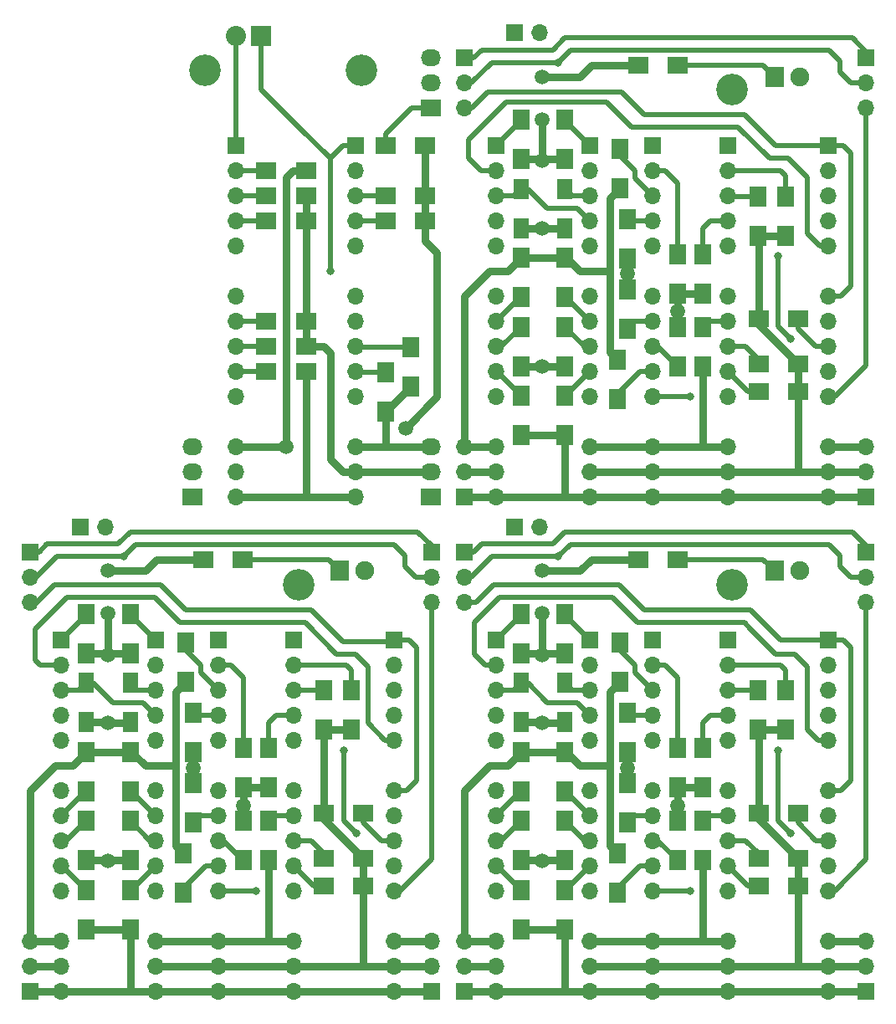
<source format=gbl>
G04 #@! TF.FileFunction,Copper,L2,Bot,Signal*
%FSLAX46Y46*%
G04 Gerber Fmt 4.6, Leading zero omitted, Abs format (unit mm)*
G04 Created by KiCad (PCBNEW 4.0.5+dfsg1-4) date Fri Sep 22 17:31:14 2017*
%MOMM*%
%LPD*%
G01*
G04 APERTURE LIST*
%ADD10C,0.100000*%
%ADD11C,3.200000*%
%ADD12R,1.600000X2.000000*%
%ADD13R,1.700000X1.700000*%
%ADD14O,1.700000X1.700000*%
%ADD15R,1.700000X2.000000*%
%ADD16R,2.000000X1.700000*%
%ADD17R,1.900000X2.000000*%
%ADD18C,1.900000*%
%ADD19R,2.032000X2.032000*%
%ADD20O,2.032000X2.032000*%
%ADD21R,2.032000X1.727200*%
%ADD22O,2.032000X1.727200*%
%ADD23C,1.500000*%
%ADD24C,0.800000*%
%ADD25C,0.500000*%
%ADD26C,0.800000*%
G04 APERTURE END LIST*
D10*
D11*
X112395000Y-83820000D03*
X68580000Y-83820000D03*
X112395000Y-33655000D03*
X59055000Y-31750000D03*
X74930000Y-31750000D03*
D12*
X47069300Y-93721300D03*
X47069300Y-97721300D03*
X51514300Y-93721300D03*
X51514300Y-97721300D03*
D13*
X81994300Y-80481300D03*
D14*
X81994300Y-83021300D03*
X81994300Y-85561300D03*
D13*
X41354300Y-80481300D03*
D14*
X41354300Y-83021300D03*
X41354300Y-85561300D03*
D13*
X46434300Y-77941300D03*
D14*
X48974300Y-77941300D03*
D13*
X81994300Y-124931300D03*
D14*
X81994300Y-122391300D03*
X81994300Y-119851300D03*
D13*
X41354300Y-124931300D03*
D14*
X41354300Y-122391300D03*
X41354300Y-119851300D03*
D15*
X51514300Y-86736300D03*
X51514300Y-90736300D03*
X47069300Y-86736300D03*
X47069300Y-90736300D03*
X47069300Y-104706300D03*
X47069300Y-100706300D03*
X51514300Y-104706300D03*
X51514300Y-100706300D03*
X47069300Y-107691300D03*
X47069300Y-111691300D03*
X51514300Y-107691300D03*
X51514300Y-111691300D03*
X47069300Y-114676300D03*
X47069300Y-118676300D03*
X51514300Y-114676300D03*
X51514300Y-118676300D03*
X62944300Y-100325300D03*
X62944300Y-104325300D03*
X73866300Y-94483300D03*
X73866300Y-98483300D03*
X57102300Y-89657300D03*
X57102300Y-93657300D03*
X71072300Y-94483300D03*
X71072300Y-98483300D03*
X57864300Y-96769300D03*
X57864300Y-100769300D03*
X65484300Y-100325300D03*
X65484300Y-104325300D03*
X57864300Y-107881300D03*
X57864300Y-103881300D03*
X65484300Y-107691300D03*
X65484300Y-111691300D03*
X62944300Y-111691300D03*
X62944300Y-107691300D03*
D16*
X71104300Y-111469300D03*
X75104300Y-111469300D03*
D15*
X56848300Y-114993300D03*
X56848300Y-110993300D03*
D16*
X71104300Y-114263300D03*
X75104300Y-114263300D03*
X75104300Y-106897300D03*
X71104300Y-106897300D03*
D13*
X44529300Y-89371300D03*
D14*
X44529300Y-91911300D03*
X44529300Y-94451300D03*
X44529300Y-96991300D03*
X44529300Y-99531300D03*
X44529300Y-104611300D03*
X44529300Y-107151300D03*
X44529300Y-109691300D03*
X44529300Y-112231300D03*
X44529300Y-114771300D03*
X44529300Y-119851300D03*
X44529300Y-122391300D03*
X44529300Y-124931300D03*
D13*
X54054300Y-89371300D03*
D14*
X54054300Y-91911300D03*
X54054300Y-94451300D03*
X54054300Y-96991300D03*
X54054300Y-99531300D03*
X54054300Y-104611300D03*
X54054300Y-107151300D03*
X54054300Y-109691300D03*
X54054300Y-112231300D03*
X54054300Y-114771300D03*
X54054300Y-119851300D03*
X54054300Y-122391300D03*
X54054300Y-124931300D03*
D13*
X60404300Y-89371300D03*
D14*
X60404300Y-91911300D03*
X60404300Y-94451300D03*
X60404300Y-96991300D03*
X60404300Y-99531300D03*
X60404300Y-104611300D03*
X60404300Y-107151300D03*
X60404300Y-109691300D03*
X60404300Y-112231300D03*
X60404300Y-114771300D03*
X60404300Y-119851300D03*
X60404300Y-122391300D03*
X60404300Y-124931300D03*
D13*
X68024300Y-89371300D03*
D14*
X68024300Y-91911300D03*
X68024300Y-94451300D03*
X68024300Y-96991300D03*
X68024300Y-99531300D03*
X68024300Y-104611300D03*
X68024300Y-107151300D03*
X68024300Y-109691300D03*
X68024300Y-112231300D03*
X68024300Y-114771300D03*
X68024300Y-119851300D03*
X68024300Y-122391300D03*
X68024300Y-124931300D03*
D13*
X78184300Y-89371300D03*
D14*
X78184300Y-91911300D03*
X78184300Y-94451300D03*
X78184300Y-96991300D03*
X78184300Y-99531300D03*
X78184300Y-104611300D03*
X78184300Y-107151300D03*
X78184300Y-109691300D03*
X78184300Y-112231300D03*
X78184300Y-114771300D03*
X78184300Y-119851300D03*
X78184300Y-122391300D03*
X78184300Y-124931300D03*
D17*
X72723300Y-82386300D03*
D18*
X75263300Y-82386300D03*
D16*
X62912300Y-81243300D03*
X58912300Y-81243300D03*
X106912300Y-81243300D03*
X102912300Y-81243300D03*
D17*
X116723300Y-82386300D03*
D18*
X119263300Y-82386300D03*
D13*
X122184300Y-89371300D03*
D14*
X122184300Y-91911300D03*
X122184300Y-94451300D03*
X122184300Y-96991300D03*
X122184300Y-99531300D03*
X122184300Y-104611300D03*
X122184300Y-107151300D03*
X122184300Y-109691300D03*
X122184300Y-112231300D03*
X122184300Y-114771300D03*
X122184300Y-119851300D03*
X122184300Y-122391300D03*
X122184300Y-124931300D03*
D13*
X112024300Y-89371300D03*
D14*
X112024300Y-91911300D03*
X112024300Y-94451300D03*
X112024300Y-96991300D03*
X112024300Y-99531300D03*
X112024300Y-104611300D03*
X112024300Y-107151300D03*
X112024300Y-109691300D03*
X112024300Y-112231300D03*
X112024300Y-114771300D03*
X112024300Y-119851300D03*
X112024300Y-122391300D03*
X112024300Y-124931300D03*
D13*
X104404300Y-89371300D03*
D14*
X104404300Y-91911300D03*
X104404300Y-94451300D03*
X104404300Y-96991300D03*
X104404300Y-99531300D03*
X104404300Y-104611300D03*
X104404300Y-107151300D03*
X104404300Y-109691300D03*
X104404300Y-112231300D03*
X104404300Y-114771300D03*
X104404300Y-119851300D03*
X104404300Y-122391300D03*
X104404300Y-124931300D03*
D13*
X98054300Y-89371300D03*
D14*
X98054300Y-91911300D03*
X98054300Y-94451300D03*
X98054300Y-96991300D03*
X98054300Y-99531300D03*
X98054300Y-104611300D03*
X98054300Y-107151300D03*
X98054300Y-109691300D03*
X98054300Y-112231300D03*
X98054300Y-114771300D03*
X98054300Y-119851300D03*
X98054300Y-122391300D03*
X98054300Y-124931300D03*
D13*
X88529300Y-89371300D03*
D14*
X88529300Y-91911300D03*
X88529300Y-94451300D03*
X88529300Y-96991300D03*
X88529300Y-99531300D03*
X88529300Y-104611300D03*
X88529300Y-107151300D03*
X88529300Y-109691300D03*
X88529300Y-112231300D03*
X88529300Y-114771300D03*
X88529300Y-119851300D03*
X88529300Y-122391300D03*
X88529300Y-124931300D03*
D16*
X119104300Y-106897300D03*
X115104300Y-106897300D03*
X115104300Y-114263300D03*
X119104300Y-114263300D03*
D15*
X100848300Y-114993300D03*
X100848300Y-110993300D03*
D16*
X115104300Y-111469300D03*
X119104300Y-111469300D03*
D15*
X106944300Y-111691300D03*
X106944300Y-107691300D03*
X109484300Y-107691300D03*
X109484300Y-111691300D03*
X101864300Y-107881300D03*
X101864300Y-103881300D03*
X109484300Y-100325300D03*
X109484300Y-104325300D03*
X101864300Y-96769300D03*
X101864300Y-100769300D03*
X115072300Y-94483300D03*
X115072300Y-98483300D03*
X101102300Y-89657300D03*
X101102300Y-93657300D03*
X117866300Y-94483300D03*
X117866300Y-98483300D03*
X106944300Y-100325300D03*
X106944300Y-104325300D03*
X95514300Y-114676300D03*
X95514300Y-118676300D03*
X91069300Y-114676300D03*
X91069300Y-118676300D03*
X95514300Y-107691300D03*
X95514300Y-111691300D03*
X91069300Y-107691300D03*
X91069300Y-111691300D03*
X95514300Y-104706300D03*
X95514300Y-100706300D03*
X91069300Y-104706300D03*
X91069300Y-100706300D03*
X91069300Y-86736300D03*
X91069300Y-90736300D03*
X95514300Y-86736300D03*
X95514300Y-90736300D03*
D13*
X85354300Y-124931300D03*
D14*
X85354300Y-122391300D03*
X85354300Y-119851300D03*
D13*
X125994300Y-124931300D03*
D14*
X125994300Y-122391300D03*
X125994300Y-119851300D03*
D13*
X90434300Y-77941300D03*
D14*
X92974300Y-77941300D03*
D13*
X85354300Y-80481300D03*
D14*
X85354300Y-83021300D03*
X85354300Y-85561300D03*
D13*
X125994300Y-80481300D03*
D14*
X125994300Y-83021300D03*
X125994300Y-85561300D03*
D12*
X95514300Y-93721300D03*
X95514300Y-97721300D03*
X91069300Y-93721300D03*
X91069300Y-97721300D03*
X91069300Y-43721300D03*
X91069300Y-47721300D03*
X95514300Y-43721300D03*
X95514300Y-47721300D03*
D13*
X125994300Y-30481300D03*
D14*
X125994300Y-33021300D03*
X125994300Y-35561300D03*
D13*
X85354300Y-30481300D03*
D14*
X85354300Y-33021300D03*
X85354300Y-35561300D03*
D13*
X90434300Y-27941300D03*
D14*
X92974300Y-27941300D03*
D13*
X125994300Y-74931300D03*
D14*
X125994300Y-72391300D03*
X125994300Y-69851300D03*
D13*
X85354300Y-74931300D03*
D14*
X85354300Y-72391300D03*
X85354300Y-69851300D03*
D15*
X95514300Y-36736300D03*
X95514300Y-40736300D03*
X91069300Y-36736300D03*
X91069300Y-40736300D03*
X91069300Y-54706300D03*
X91069300Y-50706300D03*
X95514300Y-54706300D03*
X95514300Y-50706300D03*
X91069300Y-57691300D03*
X91069300Y-61691300D03*
X95514300Y-57691300D03*
X95514300Y-61691300D03*
X91069300Y-64676300D03*
X91069300Y-68676300D03*
X95514300Y-64676300D03*
X95514300Y-68676300D03*
X106944300Y-50325300D03*
X106944300Y-54325300D03*
X117866300Y-44483300D03*
X117866300Y-48483300D03*
X101102300Y-39657300D03*
X101102300Y-43657300D03*
X115072300Y-44483300D03*
X115072300Y-48483300D03*
X101864300Y-46769300D03*
X101864300Y-50769300D03*
X109484300Y-50325300D03*
X109484300Y-54325300D03*
X101864300Y-57881300D03*
X101864300Y-53881300D03*
X109484300Y-57691300D03*
X109484300Y-61691300D03*
X106944300Y-61691300D03*
X106944300Y-57691300D03*
D16*
X115104300Y-61469300D03*
X119104300Y-61469300D03*
D15*
X100848300Y-64993300D03*
X100848300Y-60993300D03*
D16*
X115104300Y-64263300D03*
X119104300Y-64263300D03*
X119104300Y-56897300D03*
X115104300Y-56897300D03*
D13*
X88529300Y-39371300D03*
D14*
X88529300Y-41911300D03*
X88529300Y-44451300D03*
X88529300Y-46991300D03*
X88529300Y-49531300D03*
X88529300Y-54611300D03*
X88529300Y-57151300D03*
X88529300Y-59691300D03*
X88529300Y-62231300D03*
X88529300Y-64771300D03*
X88529300Y-69851300D03*
X88529300Y-72391300D03*
X88529300Y-74931300D03*
D13*
X98054300Y-39371300D03*
D14*
X98054300Y-41911300D03*
X98054300Y-44451300D03*
X98054300Y-46991300D03*
X98054300Y-49531300D03*
X98054300Y-54611300D03*
X98054300Y-57151300D03*
X98054300Y-59691300D03*
X98054300Y-62231300D03*
X98054300Y-64771300D03*
X98054300Y-69851300D03*
X98054300Y-72391300D03*
X98054300Y-74931300D03*
D13*
X104404300Y-39371300D03*
D14*
X104404300Y-41911300D03*
X104404300Y-44451300D03*
X104404300Y-46991300D03*
X104404300Y-49531300D03*
X104404300Y-54611300D03*
X104404300Y-57151300D03*
X104404300Y-59691300D03*
X104404300Y-62231300D03*
X104404300Y-64771300D03*
X104404300Y-69851300D03*
X104404300Y-72391300D03*
X104404300Y-74931300D03*
D13*
X112024300Y-39371300D03*
D14*
X112024300Y-41911300D03*
X112024300Y-44451300D03*
X112024300Y-46991300D03*
X112024300Y-49531300D03*
X112024300Y-54611300D03*
X112024300Y-57151300D03*
X112024300Y-59691300D03*
X112024300Y-62231300D03*
X112024300Y-64771300D03*
X112024300Y-69851300D03*
X112024300Y-72391300D03*
X112024300Y-74931300D03*
D13*
X122184300Y-39371300D03*
D14*
X122184300Y-41911300D03*
X122184300Y-44451300D03*
X122184300Y-46991300D03*
X122184300Y-49531300D03*
X122184300Y-54611300D03*
X122184300Y-57151300D03*
X122184300Y-59691300D03*
X122184300Y-62231300D03*
X122184300Y-64771300D03*
X122184300Y-69851300D03*
X122184300Y-72391300D03*
X122184300Y-74931300D03*
D17*
X116723300Y-32386300D03*
D18*
X119263300Y-32386300D03*
D16*
X106912300Y-31243300D03*
X102912300Y-31243300D03*
D19*
X64750000Y-28250000D03*
D20*
X62210000Y-28250000D03*
D21*
X81915000Y-35560000D03*
D22*
X81915000Y-33020000D03*
X81915000Y-30480000D03*
D16*
X65310000Y-41910000D03*
X69310000Y-41910000D03*
X65310000Y-44450000D03*
X69310000Y-44450000D03*
X77375000Y-44450000D03*
X81375000Y-44450000D03*
X65310000Y-46990000D03*
X69310000Y-46990000D03*
X77375000Y-46990000D03*
X81375000Y-46990000D03*
X65310000Y-57150000D03*
X69310000Y-57150000D03*
X65310000Y-59690000D03*
X69310000Y-59690000D03*
D15*
X79883000Y-59722000D03*
X79883000Y-63722000D03*
D16*
X65310000Y-62230000D03*
X69310000Y-62230000D03*
D15*
X77343000Y-62262000D03*
X77343000Y-66262000D03*
D16*
X77375000Y-39370000D03*
X81375000Y-39370000D03*
D13*
X62230000Y-39370000D03*
D14*
X62230000Y-41910000D03*
X62230000Y-44450000D03*
X62230000Y-46990000D03*
X62230000Y-49530000D03*
X62230000Y-54610000D03*
X62230000Y-57150000D03*
X62230000Y-59690000D03*
X62230000Y-62230000D03*
X62230000Y-64770000D03*
X62230000Y-69850000D03*
X62230000Y-72390000D03*
X62230000Y-74930000D03*
D13*
X74295000Y-39370000D03*
D14*
X74295000Y-41910000D03*
X74295000Y-44450000D03*
X74295000Y-46990000D03*
X74295000Y-49530000D03*
X74295000Y-54610000D03*
X74295000Y-57150000D03*
X74295000Y-59690000D03*
X74295000Y-62230000D03*
X74295000Y-64770000D03*
X74295000Y-69850000D03*
X74295000Y-72390000D03*
X74295000Y-74930000D03*
D21*
X81915000Y-74930000D03*
D22*
X81915000Y-72390000D03*
X81915000Y-69850000D03*
D21*
X57785000Y-74930000D03*
D22*
X57785000Y-72390000D03*
X57785000Y-69850000D03*
D23*
X57864300Y-102325300D03*
X49228300Y-86704300D03*
X49228300Y-82386300D03*
X49228300Y-90895300D03*
X49228300Y-97753300D03*
X49228300Y-111723300D03*
X93228300Y-111723300D03*
X93228300Y-97753300D03*
X93228300Y-90895300D03*
X93228300Y-82386300D03*
X93228300Y-86704300D03*
X101864300Y-102325300D03*
X101864300Y-52325300D03*
X93228300Y-36704300D03*
X93228300Y-32386300D03*
X93228300Y-40895300D03*
X93228300Y-47753300D03*
X93228300Y-61723300D03*
D24*
X50844300Y-80931300D03*
X94844300Y-80931300D03*
X94844300Y-30931300D03*
D23*
X62944300Y-106135300D03*
X106944300Y-106135300D03*
X79375000Y-67945000D03*
X106944300Y-56135300D03*
X67310000Y-69850000D03*
D24*
X64214300Y-114771300D03*
X108214300Y-114771300D03*
X108214300Y-64771300D03*
X74374300Y-108929300D03*
X73104300Y-100547300D03*
X117104300Y-100547300D03*
X118374300Y-108929300D03*
X118374300Y-58929300D03*
X117104300Y-50547300D03*
X71755000Y-52070000D03*
D25*
X47069300Y-93721300D02*
X47736300Y-93721300D01*
X47736300Y-93721300D02*
X49736300Y-95721300D01*
X44529300Y-94451300D02*
X46339300Y-94451300D01*
X46339300Y-94451300D02*
X47069300Y-93721300D01*
X52784300Y-95721300D02*
X54054300Y-96991300D01*
X49736300Y-95721300D02*
X52784300Y-95721300D01*
X93736300Y-95721300D02*
X96784300Y-95721300D01*
X96784300Y-95721300D02*
X98054300Y-96991300D01*
X90339300Y-94451300D02*
X91069300Y-93721300D01*
X88529300Y-94451300D02*
X90339300Y-94451300D01*
X91736300Y-93721300D02*
X93736300Y-95721300D01*
X91069300Y-93721300D02*
X91736300Y-93721300D01*
X91069300Y-43721300D02*
X91736300Y-43721300D01*
X91736300Y-43721300D02*
X93736300Y-45721300D01*
X88529300Y-44451300D02*
X90339300Y-44451300D01*
X90339300Y-44451300D02*
X91069300Y-43721300D01*
X96784300Y-45721300D02*
X98054300Y-46991300D01*
X93736300Y-45721300D02*
X96784300Y-45721300D01*
D26*
X85354300Y-72391300D02*
X88529300Y-72391300D01*
X54181300Y-81243300D02*
X58912300Y-81243300D01*
X53038300Y-82386300D02*
X54181300Y-81243300D01*
X81994300Y-122391300D02*
X78184300Y-122391300D01*
X71104300Y-106897300D02*
X71104300Y-98515300D01*
X71104300Y-98515300D02*
X71072300Y-98483300D01*
X71072300Y-98483300D02*
X73866300Y-98483300D01*
X71104300Y-98515300D02*
X71072300Y-98483300D01*
X78184300Y-122391300D02*
X75136300Y-122391300D01*
X75136300Y-122391300D02*
X68024300Y-122391300D01*
X75104300Y-114263300D02*
X75104300Y-122359300D01*
X75104300Y-122359300D02*
X75136300Y-122391300D01*
X75104300Y-111469300D02*
X75104300Y-114263300D01*
X71104300Y-106897300D02*
X71104300Y-107469300D01*
X71104300Y-107469300D02*
X75104300Y-111469300D01*
X60404300Y-122391300D02*
X68024300Y-122391300D01*
X57864300Y-100769300D02*
X57864300Y-102325300D01*
X57864300Y-102325300D02*
X57864300Y-103881300D01*
X54054300Y-122391300D02*
X60404300Y-122391300D01*
X49228300Y-90895300D02*
X49069300Y-90736300D01*
X49228300Y-111723300D02*
X49228300Y-111691300D01*
X49069300Y-90736300D02*
X49228300Y-90895300D01*
X51514300Y-90736300D02*
X49387300Y-90736300D01*
X49387300Y-90736300D02*
X49228300Y-90895300D01*
X49228300Y-97753300D02*
X51482300Y-97753300D01*
X51482300Y-97753300D02*
X51514300Y-97721300D01*
X49196300Y-97721300D02*
X47069300Y-97721300D01*
X49228300Y-97753300D02*
X49196300Y-97721300D01*
X49228300Y-111691300D02*
X51514300Y-111691300D01*
X41354300Y-122391300D02*
X44529300Y-122391300D01*
X49228300Y-82386300D02*
X53038300Y-82386300D01*
X49228300Y-90895300D02*
X49228300Y-86704300D01*
X47069300Y-111691300D02*
X49228300Y-111691300D01*
X47069300Y-90736300D02*
X49069300Y-90736300D01*
X91069300Y-90736300D02*
X93069300Y-90736300D01*
X91069300Y-111691300D02*
X93228300Y-111691300D01*
X93228300Y-90895300D02*
X93228300Y-86704300D01*
X93228300Y-82386300D02*
X97038300Y-82386300D01*
X85354300Y-122391300D02*
X88529300Y-122391300D01*
X93228300Y-111691300D02*
X95514300Y-111691300D01*
X93228300Y-97753300D02*
X93196300Y-97721300D01*
X93196300Y-97721300D02*
X91069300Y-97721300D01*
X95482300Y-97753300D02*
X95514300Y-97721300D01*
X93228300Y-97753300D02*
X95482300Y-97753300D01*
X93387300Y-90736300D02*
X93228300Y-90895300D01*
X95514300Y-90736300D02*
X93387300Y-90736300D01*
X93069300Y-90736300D02*
X93228300Y-90895300D01*
X93228300Y-111723300D02*
X93228300Y-111691300D01*
X93228300Y-90895300D02*
X93069300Y-90736300D01*
X98054300Y-122391300D02*
X104404300Y-122391300D01*
X101864300Y-102325300D02*
X101864300Y-103881300D01*
X101864300Y-100769300D02*
X101864300Y-102325300D01*
X104404300Y-122391300D02*
X112024300Y-122391300D01*
X115104300Y-107469300D02*
X119104300Y-111469300D01*
X115104300Y-106897300D02*
X115104300Y-107469300D01*
X119104300Y-111469300D02*
X119104300Y-114263300D01*
X119104300Y-122359300D02*
X119136300Y-122391300D01*
X119104300Y-114263300D02*
X119104300Y-122359300D01*
X119136300Y-122391300D02*
X112024300Y-122391300D01*
X122184300Y-122391300D02*
X119136300Y-122391300D01*
X115104300Y-98515300D02*
X115072300Y-98483300D01*
X115072300Y-98483300D02*
X117866300Y-98483300D01*
X115104300Y-98515300D02*
X115072300Y-98483300D01*
X115104300Y-106897300D02*
X115104300Y-98515300D01*
X125994300Y-122391300D02*
X122184300Y-122391300D01*
X97038300Y-82386300D02*
X98181300Y-81243300D01*
X98181300Y-81243300D02*
X102912300Y-81243300D01*
X69310000Y-59690000D02*
X71120000Y-59690000D01*
X73025000Y-72390000D02*
X74295000Y-72390000D01*
X71755000Y-71120000D02*
X73025000Y-72390000D01*
X71755000Y-60325000D02*
X71755000Y-71120000D01*
X71120000Y-59690000D02*
X71755000Y-60325000D01*
X81915000Y-72390000D02*
X79375000Y-72390000D01*
X79375000Y-72390000D02*
X74295000Y-72390000D01*
X69310000Y-46990000D02*
X69310000Y-44450000D01*
X69310000Y-57150000D02*
X69310000Y-46990000D01*
X69310000Y-59690000D02*
X69310000Y-57150000D01*
X98181300Y-31243300D02*
X102912300Y-31243300D01*
X97038300Y-32386300D02*
X98181300Y-31243300D01*
X125994300Y-72391300D02*
X122184300Y-72391300D01*
X115104300Y-56897300D02*
X115104300Y-48515300D01*
X115104300Y-48515300D02*
X115072300Y-48483300D01*
X115072300Y-48483300D02*
X117866300Y-48483300D01*
X115104300Y-48515300D02*
X115072300Y-48483300D01*
X122184300Y-72391300D02*
X119136300Y-72391300D01*
X119136300Y-72391300D02*
X112024300Y-72391300D01*
X119104300Y-64263300D02*
X119104300Y-72359300D01*
X119104300Y-72359300D02*
X119136300Y-72391300D01*
X119104300Y-61469300D02*
X119104300Y-64263300D01*
X115104300Y-56897300D02*
X115104300Y-57469300D01*
X115104300Y-57469300D02*
X119104300Y-61469300D01*
X104404300Y-72391300D02*
X112024300Y-72391300D01*
X101864300Y-50769300D02*
X101864300Y-52325300D01*
X101864300Y-52325300D02*
X101864300Y-53881300D01*
X98054300Y-72391300D02*
X104404300Y-72391300D01*
X93228300Y-40895300D02*
X93069300Y-40736300D01*
X93228300Y-61723300D02*
X93228300Y-61691300D01*
X93069300Y-40736300D02*
X93228300Y-40895300D01*
X95514300Y-40736300D02*
X93387300Y-40736300D01*
X93387300Y-40736300D02*
X93228300Y-40895300D01*
X93228300Y-47753300D02*
X95482300Y-47753300D01*
X95482300Y-47753300D02*
X95514300Y-47721300D01*
X93196300Y-47721300D02*
X91069300Y-47721300D01*
X93228300Y-47753300D02*
X93196300Y-47721300D01*
X93228300Y-61691300D02*
X95514300Y-61691300D01*
X93228300Y-32386300D02*
X97038300Y-32386300D01*
X93228300Y-40895300D02*
X93228300Y-36704300D01*
X91069300Y-61691300D02*
X93228300Y-61691300D01*
X91069300Y-40736300D02*
X93069300Y-40736300D01*
D25*
X54054300Y-94451300D02*
X52244300Y-94451300D01*
X52244300Y-94451300D02*
X51514300Y-93721300D01*
X96244300Y-94451300D02*
X95514300Y-93721300D01*
X98054300Y-94451300D02*
X96244300Y-94451300D01*
X98054300Y-44451300D02*
X96244300Y-44451300D01*
X96244300Y-44451300D02*
X95514300Y-43721300D01*
X43104300Y-79681300D02*
X43094300Y-79681300D01*
X50282300Y-79681300D02*
X51514300Y-78449300D01*
X51514300Y-78449300D02*
X80597300Y-78449300D01*
X80597300Y-78449300D02*
X81994300Y-79846300D01*
X81994300Y-80481300D02*
X81994300Y-79846300D01*
X43104300Y-79681300D02*
X50282300Y-79681300D01*
X42294300Y-80481300D02*
X41354300Y-80481300D01*
X43094300Y-79681300D02*
X42294300Y-80481300D01*
X47069300Y-86736300D02*
X47069300Y-86831300D01*
X47069300Y-86831300D02*
X44529300Y-89371300D01*
X91069300Y-86831300D02*
X88529300Y-89371300D01*
X91069300Y-86736300D02*
X91069300Y-86831300D01*
X87094300Y-79681300D02*
X86294300Y-80481300D01*
X87104300Y-79681300D02*
X87094300Y-79681300D01*
X94282300Y-79681300D02*
X95514300Y-78449300D01*
X95514300Y-78449300D02*
X124597300Y-78449300D01*
X124597300Y-78449300D02*
X125994300Y-79846300D01*
X87104300Y-79681300D02*
X94282300Y-79681300D01*
X86294300Y-80481300D02*
X85354300Y-80481300D01*
X125994300Y-80481300D02*
X125994300Y-79846300D01*
X87104300Y-29681300D02*
X87094300Y-29681300D01*
X94282300Y-29681300D02*
X95514300Y-28449300D01*
X95514300Y-28449300D02*
X124597300Y-28449300D01*
X124597300Y-28449300D02*
X125994300Y-29846300D01*
X125994300Y-30481300D02*
X125994300Y-29846300D01*
X87104300Y-29681300D02*
X94282300Y-29681300D01*
X86294300Y-30481300D02*
X85354300Y-30481300D01*
X87094300Y-29681300D02*
X86294300Y-30481300D01*
X91069300Y-36736300D02*
X91069300Y-36831300D01*
X91069300Y-36831300D02*
X88529300Y-39371300D01*
X44094300Y-80931300D02*
X50844300Y-80931300D01*
X50844300Y-80931300D02*
X52074300Y-79701300D01*
X78229300Y-79701300D02*
X79344300Y-80816300D01*
X79344300Y-80816300D02*
X79344300Y-81931300D01*
X79344300Y-81931300D02*
X80434300Y-83021300D01*
X80434300Y-83021300D02*
X81994300Y-83021300D01*
X52074300Y-79701300D02*
X78229300Y-79701300D01*
X41354300Y-83021300D02*
X42004300Y-83021300D01*
X42004300Y-83021300D02*
X44094300Y-80931300D01*
X51514300Y-86736300D02*
X51514300Y-86831300D01*
X51514300Y-86831300D02*
X54054300Y-89371300D01*
X95514300Y-86831300D02*
X98054300Y-89371300D01*
X95514300Y-86736300D02*
X95514300Y-86831300D01*
X122229300Y-79701300D02*
X123344300Y-80816300D01*
X123344300Y-80816300D02*
X123344300Y-81931300D01*
X123344300Y-81931300D02*
X124434300Y-83021300D01*
X124434300Y-83021300D02*
X125994300Y-83021300D01*
X86004300Y-83021300D02*
X88094300Y-80931300D01*
X85354300Y-83021300D02*
X86004300Y-83021300D01*
X96074300Y-79701300D02*
X122229300Y-79701300D01*
X94844300Y-80931300D02*
X96074300Y-79701300D01*
X88094300Y-80931300D02*
X94844300Y-80931300D01*
X88094300Y-30931300D02*
X94844300Y-30931300D01*
X94844300Y-30931300D02*
X96074300Y-29701300D01*
X96074300Y-29701300D02*
X122229300Y-29701300D01*
X85354300Y-33021300D02*
X86004300Y-33021300D01*
X86004300Y-33021300D02*
X88094300Y-30931300D01*
X124434300Y-33021300D02*
X125994300Y-33021300D01*
X123344300Y-31931300D02*
X124434300Y-33021300D01*
X123344300Y-30816300D02*
X123344300Y-31931300D01*
X122229300Y-29701300D02*
X123344300Y-30816300D01*
X95514300Y-36736300D02*
X95514300Y-36831300D01*
X95514300Y-36831300D02*
X98054300Y-39371300D01*
X81994300Y-85561300D02*
X81994300Y-111596300D01*
X81994300Y-111596300D02*
X78819300Y-114771300D01*
X78819300Y-114771300D02*
X78184300Y-114771300D01*
X122819300Y-114771300D02*
X122184300Y-114771300D01*
X125994300Y-111596300D02*
X122819300Y-114771300D01*
X125994300Y-85561300D02*
X125994300Y-111596300D01*
X125994300Y-35561300D02*
X125994300Y-61596300D01*
X125994300Y-61596300D02*
X122819300Y-64771300D01*
X122819300Y-64771300D02*
X122184300Y-64771300D01*
X122184300Y-89371300D02*
X117311300Y-89371300D01*
X86523700Y-85561300D02*
X85354300Y-85561300D01*
X88265000Y-83820000D02*
X86523700Y-85561300D01*
X100965000Y-83820000D02*
X88265000Y-83820000D01*
X103505000Y-86360000D02*
X100965000Y-83820000D01*
X114300000Y-86360000D02*
X103505000Y-86360000D01*
X117311300Y-89371300D02*
X114300000Y-86360000D01*
X72390000Y-88900000D02*
X73025000Y-89535000D01*
X43815000Y-83820000D02*
X54610000Y-83820000D01*
X54610000Y-83820000D02*
X57150000Y-86360000D01*
X57150000Y-86360000D02*
X69850000Y-86360000D01*
X69850000Y-86360000D02*
X72390000Y-88900000D01*
X42073700Y-85561300D02*
X43815000Y-83820000D01*
X73025000Y-89535000D02*
X78020600Y-89535000D01*
X78020600Y-89535000D02*
X78184300Y-89371300D01*
X41354300Y-85561300D02*
X42073700Y-85561300D01*
X100869300Y-33931300D02*
X101241300Y-33931300D01*
X87746300Y-33931300D02*
X100869300Y-33931300D01*
X86116300Y-35561300D02*
X87746300Y-33931300D01*
X116841300Y-39371300D02*
X122184300Y-39371300D01*
X113665000Y-36195000D02*
X116841300Y-39371300D01*
X103505000Y-36195000D02*
X113665000Y-36195000D01*
X101241300Y-33931300D02*
X103505000Y-36195000D01*
X78184300Y-89371300D02*
X79708300Y-89371300D01*
X79454300Y-104611300D02*
X78184300Y-104611300D01*
X80470300Y-103595300D02*
X79454300Y-104611300D01*
X41354300Y-85561300D02*
X42116300Y-85561300D01*
X80470300Y-90133300D02*
X80470300Y-103595300D01*
X79708300Y-89371300D02*
X80470300Y-90133300D01*
X123708300Y-89371300D02*
X124470300Y-90133300D01*
X124470300Y-90133300D02*
X124470300Y-103595300D01*
X85354300Y-85561300D02*
X86116300Y-85561300D01*
X124470300Y-103595300D02*
X123454300Y-104611300D01*
X123454300Y-104611300D02*
X122184300Y-104611300D01*
X122184300Y-89371300D02*
X123708300Y-89371300D01*
X77375000Y-39370000D02*
X77375000Y-38195000D01*
X80010000Y-35560000D02*
X81915000Y-35560000D01*
X77375000Y-38195000D02*
X80010000Y-35560000D01*
X122184300Y-39371300D02*
X123708300Y-39371300D01*
X123708300Y-39371300D02*
X124470300Y-40133300D01*
X124470300Y-40133300D02*
X124470300Y-53595300D01*
X124470300Y-53595300D02*
X123454300Y-54611300D01*
X123454300Y-54611300D02*
X122184300Y-54611300D01*
X85354300Y-35561300D02*
X86116300Y-35561300D01*
D26*
X85354300Y-74931300D02*
X88529300Y-74931300D01*
X78184300Y-124931300D02*
X81994300Y-124931300D01*
X68024300Y-124931300D02*
X78184300Y-124931300D01*
X68024300Y-124931300D02*
X60404300Y-124931300D01*
X62944300Y-104325300D02*
X65484300Y-104325300D01*
X60404300Y-124931300D02*
X54054300Y-124931300D01*
X51514300Y-124931300D02*
X51514300Y-118676300D01*
X44529300Y-124931300D02*
X51514300Y-124931300D01*
X51514300Y-124931300D02*
X54054300Y-124931300D01*
X41354300Y-124931300D02*
X44529300Y-124931300D01*
X51514300Y-118676300D02*
X47069300Y-118676300D01*
X62944300Y-107691300D02*
X62944300Y-106135300D01*
X62944300Y-106135300D02*
X62944300Y-104325300D01*
X106944300Y-106135300D02*
X106944300Y-104325300D01*
X106944300Y-107691300D02*
X106944300Y-106135300D01*
X95514300Y-118676300D02*
X91069300Y-118676300D01*
X85354300Y-124931300D02*
X88529300Y-124931300D01*
X95514300Y-124931300D02*
X98054300Y-124931300D01*
X88529300Y-124931300D02*
X95514300Y-124931300D01*
X95514300Y-124931300D02*
X95514300Y-118676300D01*
X104404300Y-124931300D02*
X98054300Y-124931300D01*
X106944300Y-104325300D02*
X109484300Y-104325300D01*
X112024300Y-124931300D02*
X104404300Y-124931300D01*
X112024300Y-124931300D02*
X122184300Y-124931300D01*
X122184300Y-124931300D02*
X125994300Y-124931300D01*
X81375000Y-48990000D02*
X82550000Y-50165000D01*
X82550000Y-50165000D02*
X82550000Y-64770000D01*
X82550000Y-64770000D02*
X79375000Y-67945000D01*
X69310000Y-62230000D02*
X69310000Y-74930000D01*
X81375000Y-48990000D02*
X81375000Y-46990000D01*
X81375000Y-44450000D02*
X81375000Y-39370000D01*
X81375000Y-46990000D02*
X81375000Y-44450000D01*
X74295000Y-74930000D02*
X69310000Y-74930000D01*
X69310000Y-74930000D02*
X62230000Y-74930000D01*
X122184300Y-74931300D02*
X125994300Y-74931300D01*
X112024300Y-74931300D02*
X122184300Y-74931300D01*
X112024300Y-74931300D02*
X104404300Y-74931300D01*
X106944300Y-54325300D02*
X109484300Y-54325300D01*
X104404300Y-74931300D02*
X98054300Y-74931300D01*
X95514300Y-74931300D02*
X95514300Y-68676300D01*
X88529300Y-74931300D02*
X95514300Y-74931300D01*
X95514300Y-74931300D02*
X98054300Y-74931300D01*
X95514300Y-68676300D02*
X91069300Y-68676300D01*
X106944300Y-57691300D02*
X106944300Y-56135300D01*
X106944300Y-56135300D02*
X106944300Y-54325300D01*
X78184300Y-119851300D02*
X81994300Y-119851300D01*
X68024300Y-119851300D02*
X65484300Y-119851300D01*
X60404300Y-119851300D02*
X65484300Y-119851300D01*
X51514300Y-100706300D02*
X51673300Y-100706300D01*
X51673300Y-100706300D02*
X53038300Y-102071300D01*
X53038300Y-102071300D02*
X56086300Y-102071300D01*
X56086300Y-99785300D02*
X56086300Y-102071300D01*
X56086300Y-102071300D02*
X56086300Y-110231300D01*
X56086300Y-94673300D02*
X57102300Y-93657300D01*
X56086300Y-99785300D02*
X56086300Y-94673300D01*
X51514300Y-100706300D02*
X51514300Y-100801300D01*
X54054300Y-119851300D02*
X60404300Y-119851300D01*
X41354300Y-119851300D02*
X41354300Y-105246300D01*
X45704300Y-102071300D02*
X47069300Y-100706300D01*
X43894300Y-102071300D02*
X45704300Y-102071300D01*
X41354300Y-104611300D02*
X43894300Y-102071300D01*
X41354300Y-105246300D02*
X41354300Y-104611300D01*
X41354300Y-119851300D02*
X44529300Y-119851300D01*
X47069300Y-100706300D02*
X51514300Y-100706300D01*
X56086300Y-110231300D02*
X56848300Y-110993300D01*
X56086300Y-110231300D02*
X56848300Y-110993300D01*
X65484300Y-119851300D02*
X65484300Y-111691300D01*
X109484300Y-119851300D02*
X109484300Y-111691300D01*
X100086300Y-110231300D02*
X100848300Y-110993300D01*
X100086300Y-110231300D02*
X100848300Y-110993300D01*
X91069300Y-100706300D02*
X95514300Y-100706300D01*
X85354300Y-119851300D02*
X88529300Y-119851300D01*
X85354300Y-105246300D02*
X85354300Y-104611300D01*
X85354300Y-119851300D02*
X85354300Y-105246300D01*
X89704300Y-102071300D02*
X91069300Y-100706300D01*
X87894300Y-102071300D02*
X89704300Y-102071300D01*
X85354300Y-104611300D02*
X87894300Y-102071300D01*
X98054300Y-119851300D02*
X104404300Y-119851300D01*
X95514300Y-100706300D02*
X95514300Y-100801300D01*
X100086300Y-99785300D02*
X100086300Y-94673300D01*
X100086300Y-94673300D02*
X101102300Y-93657300D01*
X100086300Y-102071300D02*
X100086300Y-110231300D01*
X100086300Y-99785300D02*
X100086300Y-102071300D01*
X97038300Y-102071300D02*
X100086300Y-102071300D01*
X95673300Y-100706300D02*
X97038300Y-102071300D01*
X95514300Y-100706300D02*
X95673300Y-100706300D01*
X104404300Y-119851300D02*
X109484300Y-119851300D01*
X112024300Y-119851300D02*
X109484300Y-119851300D01*
X122184300Y-119851300D02*
X125994300Y-119851300D01*
X81915000Y-69850000D02*
X79375000Y-69850000D01*
X79375000Y-69850000D02*
X77343000Y-69850000D01*
X62230000Y-69850000D02*
X67310000Y-69850000D01*
X67945000Y-41910000D02*
X67310000Y-42545000D01*
X67310000Y-42545000D02*
X67310000Y-69850000D01*
X67945000Y-41910000D02*
X69310000Y-41910000D01*
X77343000Y-69850000D02*
X77343000Y-66262000D01*
X77343000Y-66262000D02*
X79883000Y-63722000D01*
X74295000Y-69850000D02*
X77343000Y-69850000D01*
X122184300Y-69851300D02*
X125994300Y-69851300D01*
X112024300Y-69851300D02*
X109484300Y-69851300D01*
X104404300Y-69851300D02*
X109484300Y-69851300D01*
X95514300Y-50706300D02*
X95673300Y-50706300D01*
X95673300Y-50706300D02*
X97038300Y-52071300D01*
X97038300Y-52071300D02*
X100086300Y-52071300D01*
X100086300Y-49785300D02*
X100086300Y-52071300D01*
X100086300Y-52071300D02*
X100086300Y-60231300D01*
X100086300Y-44673300D02*
X101102300Y-43657300D01*
X100086300Y-49785300D02*
X100086300Y-44673300D01*
X95514300Y-50706300D02*
X95514300Y-50801300D01*
X98054300Y-69851300D02*
X104404300Y-69851300D01*
X85354300Y-69851300D02*
X85354300Y-55246300D01*
X89704300Y-52071300D02*
X91069300Y-50706300D01*
X87894300Y-52071300D02*
X89704300Y-52071300D01*
X85354300Y-54611300D02*
X87894300Y-52071300D01*
X85354300Y-55246300D02*
X85354300Y-54611300D01*
X85354300Y-69851300D02*
X88529300Y-69851300D01*
X91069300Y-50706300D02*
X95514300Y-50706300D01*
X100086300Y-60231300D02*
X100848300Y-60993300D01*
X100086300Y-60231300D02*
X100848300Y-60993300D01*
X109484300Y-69851300D02*
X109484300Y-61691300D01*
D25*
X47069300Y-104706300D02*
X46974300Y-104706300D01*
X46974300Y-104706300D02*
X44529300Y-107151300D01*
X44529300Y-107151300D02*
X44624300Y-107151300D01*
X88529300Y-107151300D02*
X88624300Y-107151300D01*
X90974300Y-104706300D02*
X88529300Y-107151300D01*
X91069300Y-104706300D02*
X90974300Y-104706300D01*
X91069300Y-54706300D02*
X90974300Y-54706300D01*
X90974300Y-54706300D02*
X88529300Y-57151300D01*
X88529300Y-57151300D02*
X88624300Y-57151300D01*
X51514300Y-104706300D02*
X51609300Y-104706300D01*
X51609300Y-104706300D02*
X54054300Y-107151300D01*
X54054300Y-107151300D02*
X53959300Y-107151300D01*
X98054300Y-107151300D02*
X97959300Y-107151300D01*
X95609300Y-104706300D02*
X98054300Y-107151300D01*
X95514300Y-104706300D02*
X95609300Y-104706300D01*
X95514300Y-54706300D02*
X95609300Y-54706300D01*
X95609300Y-54706300D02*
X98054300Y-57151300D01*
X98054300Y-57151300D02*
X97959300Y-57151300D01*
X44529300Y-109691300D02*
X45069300Y-109691300D01*
X45069300Y-109691300D02*
X47069300Y-107691300D01*
X89069300Y-109691300D02*
X91069300Y-107691300D01*
X88529300Y-109691300D02*
X89069300Y-109691300D01*
X88529300Y-59691300D02*
X89069300Y-59691300D01*
X89069300Y-59691300D02*
X91069300Y-57691300D01*
X54054300Y-109691300D02*
X53514300Y-109691300D01*
X53514300Y-109691300D02*
X51514300Y-107691300D01*
X97514300Y-109691300D02*
X95514300Y-107691300D01*
X98054300Y-109691300D02*
X97514300Y-109691300D01*
X98054300Y-59691300D02*
X97514300Y-59691300D01*
X97514300Y-59691300D02*
X95514300Y-57691300D01*
X44529300Y-112231300D02*
X44624300Y-112231300D01*
X44624300Y-112231300D02*
X47069300Y-114676300D01*
X88624300Y-112231300D02*
X91069300Y-114676300D01*
X88529300Y-112231300D02*
X88624300Y-112231300D01*
X88529300Y-62231300D02*
X88624300Y-62231300D01*
X88624300Y-62231300D02*
X91069300Y-64676300D01*
X51514300Y-114676300D02*
X51609300Y-114676300D01*
X51609300Y-114676300D02*
X54054300Y-112231300D01*
X95609300Y-114676300D02*
X98054300Y-112231300D01*
X95514300Y-114676300D02*
X95609300Y-114676300D01*
X95514300Y-64676300D02*
X95609300Y-64676300D01*
X95609300Y-64676300D02*
X98054300Y-62231300D01*
X60404300Y-91911300D02*
X61674300Y-91911300D01*
X62944300Y-93181300D02*
X62944300Y-100325300D01*
X61674300Y-91911300D02*
X62944300Y-93181300D01*
X105674300Y-91911300D02*
X106944300Y-93181300D01*
X106944300Y-93181300D02*
X106944300Y-100325300D01*
X104404300Y-91911300D02*
X105674300Y-91911300D01*
X104404300Y-41911300D02*
X105674300Y-41911300D01*
X106944300Y-43181300D02*
X106944300Y-50325300D01*
X105674300Y-41911300D02*
X106944300Y-43181300D01*
X73358300Y-91911300D02*
X68024300Y-91911300D01*
X73866300Y-94483300D02*
X73866300Y-92419300D01*
X73866300Y-92419300D02*
X73358300Y-91911300D01*
X117866300Y-92419300D02*
X117358300Y-91911300D01*
X117866300Y-94483300D02*
X117866300Y-92419300D01*
X117358300Y-91911300D02*
X112024300Y-91911300D01*
X117358300Y-41911300D02*
X112024300Y-41911300D01*
X117866300Y-44483300D02*
X117866300Y-42419300D01*
X117866300Y-42419300D02*
X117358300Y-41911300D01*
X58626300Y-91911300D02*
X58626300Y-92673300D01*
X58626300Y-92673300D02*
X60404300Y-94451300D01*
X57102300Y-89657300D02*
X57102300Y-90387300D01*
X57102300Y-90387300D02*
X58626300Y-91911300D01*
X101102300Y-90387300D02*
X102626300Y-91911300D01*
X101102300Y-89657300D02*
X101102300Y-90387300D01*
X102626300Y-92673300D02*
X104404300Y-94451300D01*
X102626300Y-91911300D02*
X102626300Y-92673300D01*
X102626300Y-41911300D02*
X102626300Y-42673300D01*
X102626300Y-42673300D02*
X104404300Y-44451300D01*
X101102300Y-39657300D02*
X101102300Y-40387300D01*
X101102300Y-40387300D02*
X102626300Y-41911300D01*
X71072300Y-94483300D02*
X68056300Y-94483300D01*
X68056300Y-94483300D02*
X68024300Y-94451300D01*
X112056300Y-94483300D02*
X112024300Y-94451300D01*
X115072300Y-94483300D02*
X112056300Y-94483300D01*
X115072300Y-44483300D02*
X112056300Y-44483300D01*
X112056300Y-44483300D02*
X112024300Y-44451300D01*
X60404300Y-96991300D02*
X58086300Y-96991300D01*
X58086300Y-96991300D02*
X57864300Y-96769300D01*
X102086300Y-96991300D02*
X101864300Y-96769300D01*
X104404300Y-96991300D02*
X102086300Y-96991300D01*
X104404300Y-46991300D02*
X102086300Y-46991300D01*
X102086300Y-46991300D02*
X101864300Y-46769300D01*
X65484300Y-100325300D02*
X65484300Y-97753300D01*
X65484300Y-97753300D02*
X66246300Y-96991300D01*
X66246300Y-96991300D02*
X68024300Y-96991300D01*
X110246300Y-96991300D02*
X112024300Y-96991300D01*
X109484300Y-97753300D02*
X110246300Y-96991300D01*
X109484300Y-100325300D02*
X109484300Y-97753300D01*
X109484300Y-50325300D02*
X109484300Y-47753300D01*
X109484300Y-47753300D02*
X110246300Y-46991300D01*
X110246300Y-46991300D02*
X112024300Y-46991300D01*
X60404300Y-107151300D02*
X58594300Y-107151300D01*
X58594300Y-107151300D02*
X57864300Y-107881300D01*
X102594300Y-107151300D02*
X101864300Y-107881300D01*
X104404300Y-107151300D02*
X102594300Y-107151300D01*
X104404300Y-57151300D02*
X102594300Y-57151300D01*
X102594300Y-57151300D02*
X101864300Y-57881300D01*
X66024300Y-107151300D02*
X65484300Y-107691300D01*
X68024300Y-107151300D02*
X66024300Y-107151300D01*
X112024300Y-107151300D02*
X110024300Y-107151300D01*
X110024300Y-107151300D02*
X109484300Y-107691300D01*
X110024300Y-57151300D02*
X109484300Y-57691300D01*
X112024300Y-57151300D02*
X110024300Y-57151300D01*
X62912300Y-111691300D02*
X60912300Y-109691300D01*
X60912300Y-109691300D02*
X60404300Y-109691300D01*
X62944300Y-111691300D02*
X62912300Y-111691300D01*
X106944300Y-111691300D02*
X106912300Y-111691300D01*
X104912300Y-109691300D02*
X104404300Y-109691300D01*
X106912300Y-111691300D02*
X104912300Y-109691300D01*
X106912300Y-61691300D02*
X104912300Y-59691300D01*
X104912300Y-59691300D02*
X104404300Y-59691300D01*
X106944300Y-61691300D02*
X106912300Y-61691300D01*
X69802300Y-109691300D02*
X68024300Y-109691300D01*
X71104300Y-111469300D02*
X71104300Y-110993300D01*
X71104300Y-110993300D02*
X69802300Y-109691300D01*
X115104300Y-110993300D02*
X113802300Y-109691300D01*
X115104300Y-111469300D02*
X115104300Y-110993300D01*
X113802300Y-109691300D02*
X112024300Y-109691300D01*
X113802300Y-59691300D02*
X112024300Y-59691300D01*
X115104300Y-61469300D02*
X115104300Y-60993300D01*
X115104300Y-60993300D02*
X113802300Y-59691300D01*
X56848300Y-114993300D02*
X56848300Y-114517300D01*
X56848300Y-114517300D02*
X59134300Y-112231300D01*
X59134300Y-112231300D02*
X60404300Y-112231300D01*
X103134300Y-112231300D02*
X104404300Y-112231300D01*
X100848300Y-114517300D02*
X103134300Y-112231300D01*
X100848300Y-114993300D02*
X100848300Y-114517300D01*
X100848300Y-64993300D02*
X100848300Y-64517300D01*
X100848300Y-64517300D02*
X103134300Y-62231300D01*
X103134300Y-62231300D02*
X104404300Y-62231300D01*
X68024300Y-112231300D02*
X70056300Y-114263300D01*
X70056300Y-114263300D02*
X71104300Y-114263300D01*
X114056300Y-114263300D02*
X115104300Y-114263300D01*
X112024300Y-112231300D02*
X114056300Y-114263300D01*
X112024300Y-62231300D02*
X114056300Y-64263300D01*
X114056300Y-64263300D02*
X115104300Y-64263300D01*
X78184300Y-109691300D02*
X76914300Y-109691300D01*
X76914300Y-109691300D02*
X75104300Y-107881300D01*
X75104300Y-107881300D02*
X75104300Y-106897300D01*
X119104300Y-107881300D02*
X119104300Y-106897300D01*
X120914300Y-109691300D02*
X119104300Y-107881300D01*
X122184300Y-109691300D02*
X120914300Y-109691300D01*
X122184300Y-59691300D02*
X120914300Y-59691300D01*
X120914300Y-59691300D02*
X119104300Y-57881300D01*
X119104300Y-57881300D02*
X119104300Y-56897300D01*
X88529300Y-91911300D02*
X87466300Y-91911300D01*
X121121300Y-99531300D02*
X122184300Y-99531300D01*
X120015000Y-98425000D02*
X121121300Y-99531300D01*
X120015000Y-92075000D02*
X120015000Y-98425000D01*
X118745000Y-90805000D02*
X120015000Y-92075000D01*
X116840000Y-90805000D02*
X118745000Y-90805000D01*
X114300000Y-88265000D02*
X116840000Y-90805000D01*
X113665000Y-87630000D02*
X114300000Y-88265000D01*
X102870000Y-87630000D02*
X113665000Y-87630000D01*
X100330000Y-85090000D02*
X102870000Y-87630000D01*
X88900000Y-85090000D02*
X100330000Y-85090000D01*
X86360000Y-87630000D02*
X88900000Y-85090000D01*
X86360000Y-90805000D02*
X86360000Y-87630000D01*
X87466300Y-91911300D02*
X86360000Y-90805000D01*
X78184300Y-99531300D02*
X77306300Y-99531300D01*
X42381300Y-91911300D02*
X44529300Y-91911300D01*
X41910000Y-91440000D02*
X42381300Y-91911300D01*
X41910000Y-88265000D02*
X41910000Y-91440000D01*
X45085000Y-85090000D02*
X41910000Y-88265000D01*
X53975000Y-85090000D02*
X45085000Y-85090000D01*
X56515000Y-87630000D02*
X53975000Y-85090000D01*
X69215000Y-87630000D02*
X56515000Y-87630000D01*
X72390000Y-90805000D02*
X69215000Y-87630000D01*
X74295000Y-90805000D02*
X72390000Y-90805000D01*
X75565000Y-92075000D02*
X74295000Y-90805000D01*
X75565000Y-97790000D02*
X75565000Y-92075000D01*
X77306300Y-99531300D02*
X75565000Y-97790000D01*
X122184300Y-49531300D02*
X121286300Y-49531300D01*
X86996300Y-41911300D02*
X88529300Y-41911300D01*
X85725000Y-40640000D02*
X86996300Y-41911300D01*
X85725000Y-38735000D02*
X85725000Y-40640000D01*
X89535000Y-34925000D02*
X85725000Y-38735000D01*
X99695000Y-34925000D02*
X89535000Y-34925000D01*
X102235000Y-37465000D02*
X99695000Y-34925000D01*
X113030000Y-37465000D02*
X102235000Y-37465000D01*
X116205000Y-40640000D02*
X113030000Y-37465000D01*
X118110000Y-40640000D02*
X116205000Y-40640000D01*
X120015000Y-42545000D02*
X118110000Y-40640000D01*
X120015000Y-48260000D02*
X120015000Y-42545000D01*
X121286300Y-49531300D02*
X120015000Y-48260000D01*
X60404300Y-114771300D02*
X64214300Y-114771300D01*
X104404300Y-114771300D02*
X108214300Y-114771300D01*
X104404300Y-64771300D02*
X108214300Y-64771300D01*
X74374300Y-108929300D02*
X73104300Y-107659300D01*
X73104300Y-107659300D02*
X73104300Y-100547300D01*
X117104300Y-107659300D02*
X117104300Y-100547300D01*
X118374300Y-108929300D02*
X117104300Y-107659300D01*
X118374300Y-58929300D02*
X117104300Y-57659300D01*
X117104300Y-57659300D02*
X117104300Y-50547300D01*
X62912300Y-81243300D02*
X71580300Y-81243300D01*
X71580300Y-81243300D02*
X72723300Y-82386300D01*
X115580300Y-81243300D02*
X116723300Y-82386300D01*
X106912300Y-81243300D02*
X115580300Y-81243300D01*
X106912300Y-31243300D02*
X115580300Y-31243300D01*
X115580300Y-31243300D02*
X116723300Y-32386300D01*
X71755000Y-40640000D02*
X68580000Y-37465000D01*
X64770000Y-33655000D02*
X64770000Y-29210000D01*
X68580000Y-37465000D02*
X64770000Y-33655000D01*
X73025000Y-39370000D02*
X74295000Y-39370000D01*
X71755000Y-40640000D02*
X73025000Y-39370000D01*
X71755000Y-52070000D02*
X71755000Y-40640000D01*
X62230000Y-29500000D02*
X62230000Y-28270000D01*
X62230000Y-28270000D02*
X62210000Y-28250000D01*
X62230000Y-29210000D02*
X62230000Y-29500000D01*
X62230000Y-29500000D02*
X62230000Y-39370000D01*
X65310000Y-41910000D02*
X62230000Y-41910000D01*
X65310000Y-44450000D02*
X62230000Y-44450000D01*
X74295000Y-44450000D02*
X77375000Y-44450000D01*
X62230000Y-46990000D02*
X65310000Y-46990000D01*
X74295000Y-46990000D02*
X77375000Y-46990000D01*
X62230000Y-57150000D02*
X65310000Y-57150000D01*
X62230000Y-59690000D02*
X65310000Y-59690000D01*
X79883000Y-59722000D02*
X74327000Y-59722000D01*
X74327000Y-59722000D02*
X74295000Y-59690000D01*
X62230000Y-62230000D02*
X65310000Y-62230000D01*
X77343000Y-62262000D02*
X74327000Y-62262000D01*
X74327000Y-62262000D02*
X74295000Y-62230000D01*
M02*

</source>
